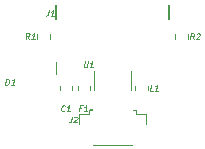
<source format=gto>
%TF.GenerationSoftware,KiCad,Pcbnew,(6.0.5)*%
%TF.CreationDate,2022-07-11T10:01:01-06:00*%
%TF.ProjectId,usbc-daughter-board,75736263-2d64-4617-9567-687465722d62,1.0*%
%TF.SameCoordinates,Original*%
%TF.FileFunction,Legend,Top*%
%TF.FilePolarity,Positive*%
%FSLAX46Y46*%
G04 Gerber Fmt 4.6, Leading zero omitted, Abs format (unit mm)*
G04 Created by KiCad (PCBNEW (6.0.5)) date 2022-07-11 10:01:01*
%MOMM*%
%LPD*%
G01*
G04 APERTURE LIST*
%ADD10C,0.100000*%
%ADD11C,0.120000*%
%ADD12C,0.200000*%
G04 APERTURE END LIST*
D10*
%TO.C,J2*%
X20848497Y-27426190D02*
X20803854Y-27783333D01*
X20771116Y-27854761D01*
X20717544Y-27902380D01*
X20643139Y-27926190D01*
X20595520Y-27926190D01*
X21056830Y-27473809D02*
X21083616Y-27450000D01*
X21134211Y-27426190D01*
X21253258Y-27426190D01*
X21297901Y-27450000D01*
X21318735Y-27473809D01*
X21336592Y-27521428D01*
X21330639Y-27569047D01*
X21297901Y-27640476D01*
X20976473Y-27926190D01*
X21285997Y-27926190D01*
%TO.C,F1*%
X21668735Y-26714285D02*
X21502068Y-26714285D01*
X21469330Y-26976190D02*
X21531830Y-26476190D01*
X21769925Y-26476190D01*
X22159806Y-26976190D02*
X21874092Y-26976190D01*
X22016949Y-26976190D02*
X22079449Y-26476190D01*
X22022901Y-26547619D01*
X21969330Y-26595238D01*
X21918735Y-26619047D01*
%TO.C,C1*%
X20225282Y-26928571D02*
X20198497Y-26952380D01*
X20124092Y-26976190D01*
X20076473Y-26976190D01*
X20008020Y-26952380D01*
X19966354Y-26904761D01*
X19948497Y-26857142D01*
X19936592Y-26761904D01*
X19945520Y-26690476D01*
X19981235Y-26595238D01*
X20010997Y-26547619D01*
X20064568Y-26500000D01*
X20138973Y-26476190D01*
X20186592Y-26476190D01*
X20255044Y-26500000D01*
X20275877Y-26523809D01*
X20695520Y-26976190D02*
X20409806Y-26976190D01*
X20552663Y-26976190D02*
X20615163Y-26476190D01*
X20558616Y-26547619D01*
X20505044Y-26595238D01*
X20454449Y-26619047D01*
%TO.C,R2*%
X31169330Y-20876190D02*
X31032425Y-20638095D01*
X30883616Y-20876190D02*
X30946116Y-20376190D01*
X31136592Y-20376190D01*
X31181235Y-20400000D01*
X31202068Y-20423809D01*
X31219925Y-20471428D01*
X31210997Y-20542857D01*
X31181235Y-20590476D01*
X31154449Y-20614285D01*
X31103854Y-20638095D01*
X30913377Y-20638095D01*
X31416354Y-20423809D02*
X31443139Y-20400000D01*
X31493735Y-20376190D01*
X31612782Y-20376190D01*
X31657425Y-20400000D01*
X31678258Y-20423809D01*
X31696116Y-20471428D01*
X31690163Y-20519047D01*
X31657425Y-20590476D01*
X31335997Y-20876190D01*
X31645520Y-20876190D01*
%TO.C,R1*%
X17219330Y-20876190D02*
X17082425Y-20638095D01*
X16933616Y-20876190D02*
X16996116Y-20376190D01*
X17186592Y-20376190D01*
X17231235Y-20400000D01*
X17252068Y-20423809D01*
X17269925Y-20471428D01*
X17260997Y-20542857D01*
X17231235Y-20590476D01*
X17204449Y-20614285D01*
X17153854Y-20638095D01*
X16963377Y-20638095D01*
X17695520Y-20876190D02*
X17409806Y-20876190D01*
X17552663Y-20876190D02*
X17615163Y-20376190D01*
X17558616Y-20447619D01*
X17505044Y-20495238D01*
X17454449Y-20519047D01*
%TO.C,L1*%
X27719330Y-25226190D02*
X27481235Y-25226190D01*
X27543735Y-24726190D01*
X28147901Y-25226190D02*
X27862187Y-25226190D01*
X28005044Y-25226190D02*
X28067544Y-24726190D01*
X28010997Y-24797619D01*
X27957425Y-24845238D01*
X27906830Y-24869047D01*
%TO.C,J1*%
X18898497Y-18391190D02*
X18853854Y-18748333D01*
X18821116Y-18819761D01*
X18767544Y-18867380D01*
X18693139Y-18891190D01*
X18645520Y-18891190D01*
X19335997Y-18891190D02*
X19050282Y-18891190D01*
X19193139Y-18891190D02*
X19255639Y-18391190D01*
X19199092Y-18462619D01*
X19145520Y-18510238D01*
X19094925Y-18534047D01*
%TO.C,D1*%
X15233616Y-24726190D02*
X15296116Y-24226190D01*
X15415163Y-24226190D01*
X15483616Y-24250000D01*
X15525282Y-24297619D01*
X15543139Y-24345238D01*
X15555044Y-24440476D01*
X15546116Y-24511904D01*
X15510401Y-24607142D01*
X15480639Y-24654761D01*
X15427068Y-24702380D01*
X15352663Y-24726190D01*
X15233616Y-24726190D01*
X15995520Y-24726190D02*
X15709806Y-24726190D01*
X15852663Y-24726190D02*
X15915163Y-24226190D01*
X15858616Y-24297619D01*
X15805044Y-24345238D01*
X15754449Y-24369047D01*
%TO.C,U1*%
X21934211Y-22741190D02*
X21883616Y-23145952D01*
X21901473Y-23193571D01*
X21922306Y-23217380D01*
X21966949Y-23241190D01*
X22062187Y-23241190D01*
X22112782Y-23217380D01*
X22139568Y-23193571D01*
X22169330Y-23145952D01*
X22219925Y-22741190D01*
X22657425Y-23241190D02*
X22371711Y-23241190D01*
X22514568Y-23241190D02*
X22577068Y-22741190D01*
X22520520Y-22812619D01*
X22466949Y-22860238D01*
X22416354Y-22884047D01*
D11*
%TO.C,J2*%
X26260000Y-27190000D02*
X26260000Y-26890000D01*
X21490000Y-28090000D02*
X21490000Y-27190000D01*
X22340000Y-26890000D02*
X22590000Y-26890000D01*
X26260000Y-26890000D02*
X26010000Y-26890000D01*
X27110000Y-28090000D02*
X27110000Y-27190000D01*
X22660000Y-29810000D02*
X25940000Y-29810000D01*
X22535000Y-26749000D02*
X22395000Y-26749000D01*
X21490000Y-27190000D02*
X22340000Y-27190000D01*
X22340000Y-27190000D02*
X22340000Y-26890000D01*
X27110000Y-27190000D02*
X26260000Y-27190000D01*
%TO.C,F1*%
X21340000Y-24837221D02*
X21340000Y-25162779D01*
X22360000Y-24837221D02*
X22360000Y-25162779D01*
%TO.C,C1*%
X19840000Y-25140580D02*
X19840000Y-24859420D01*
X20860000Y-25140580D02*
X20860000Y-24859420D01*
%TO.C,R2*%
X30672500Y-20412742D02*
X30672500Y-20887258D01*
X29627500Y-20412742D02*
X29627500Y-20887258D01*
%TO.C,R1*%
X18972500Y-20412742D02*
X18972500Y-20887258D01*
X17927500Y-20412742D02*
X17927500Y-20887258D01*
%TO.C,L1*%
X26240000Y-24837221D02*
X26240000Y-25162779D01*
X27260000Y-24837221D02*
X27260000Y-25162779D01*
D12*
%TO.C,J1*%
X19510000Y-19200000D02*
X19510000Y-17950000D01*
X29090000Y-19200000D02*
X29090000Y-17950000D01*
D11*
%TO.C,D1*%
X19500000Y-23808000D02*
X19500000Y-22792000D01*
%TO.C,U1*%
X25860000Y-24400000D02*
X25860000Y-25200000D01*
X25860000Y-24400000D02*
X25860000Y-23600000D01*
X22740000Y-24400000D02*
X22740000Y-23600000D01*
X22740000Y-24400000D02*
X22740000Y-25162000D01*
%TD*%
M02*

</source>
